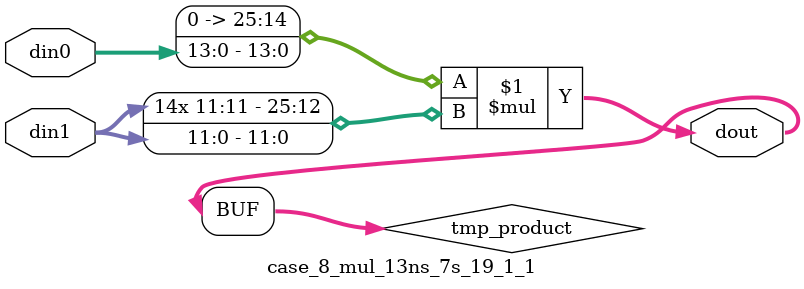
<source format=v>

`timescale 1 ns / 1 ps

 (* use_dsp = "no" *)  module case_8_mul_13ns_7s_19_1_1(din0, din1, dout);
parameter ID = 1;
parameter NUM_STAGE = 0;
parameter din0_WIDTH = 14;
parameter din1_WIDTH = 12;
parameter dout_WIDTH = 26;

input [din0_WIDTH - 1 : 0] din0; 
input [din1_WIDTH - 1 : 0] din1; 
output [dout_WIDTH - 1 : 0] dout;

wire signed [dout_WIDTH - 1 : 0] tmp_product;

























assign tmp_product = $signed({1'b0, din0}) * $signed(din1);










assign dout = tmp_product;





















endmodule

</source>
